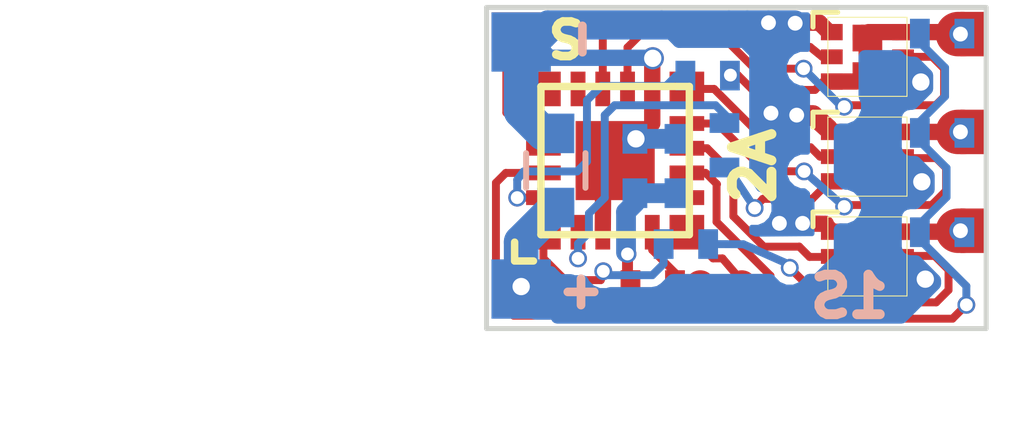
<source format=kicad_pcb>
(kicad_pcb (version 4) (host pcbnew 4.0.7)

  (general
    (links 54)
    (no_connects 0)
    (area 148.049999 98.349999 158.250001 104.950001)
    (thickness 0.8)
    (drawings 11)
    (tracks 312)
    (zones 0)
    (modules 22)
    (nets 23)
  )

  (page A4)
  (layers
    (0 F.Cu signal)
    (31 B.Cu signal)
    (32 B.Adhes user)
    (33 F.Adhes user)
    (34 B.Paste user)
    (35 F.Paste user)
    (36 B.SilkS user)
    (37 F.SilkS user)
    (38 B.Mask user)
    (39 F.Mask user)
    (40 Dwgs.User user)
    (41 Cmts.User user)
    (42 Eco1.User user)
    (43 Eco2.User user)
    (44 Edge.Cuts user)
    (45 Margin user)
    (46 B.CrtYd user)
    (47 F.CrtYd user)
    (48 B.Fab user hide)
    (49 F.Fab user)
  )

  (setup
    (last_trace_width 0.22)
    (user_trace_width 0.16)
    (user_trace_width 0.2)
    (user_trace_width 0.22)
    (user_trace_width 0.33)
    (user_trace_width 0.35)
    (user_trace_width 0.4)
    (user_trace_width 0.45)
    (user_trace_width 0.6)
    (trace_clearance 0.16)
    (zone_clearance 0.05)
    (zone_45_only yes)
    (trace_min 0.16)
    (segment_width 0.2)
    (edge_width 0.1)
    (via_size 0.36)
    (via_drill 0.26)
    (via_min_size 0.36)
    (via_min_drill 0.26)
    (user_via 0.45 0.26)
    (user_via 0.45 0.3)
    (uvia_size 0.3)
    (uvia_drill 0.1)
    (uvias_allowed no)
    (uvia_min_size 0.2)
    (uvia_min_drill 0.1)
    (pcb_text_width 0.3)
    (pcb_text_size 1.5 1.5)
    (mod_edge_width 0.15)
    (mod_text_size 1 1)
    (mod_text_width 0.15)
    (pad_size 0.9 1.2)
    (pad_drill 0)
    (pad_to_mask_clearance 0.05)
    (aux_axis_origin 0 0)
    (visible_elements 7FFFFF7F)
    (pcbplotparams
      (layerselection 0x00030_80000001)
      (usegerberextensions false)
      (excludeedgelayer true)
      (linewidth 0.100000)
      (plotframeref false)
      (viasonmask false)
      (mode 1)
      (useauxorigin false)
      (hpglpennumber 1)
      (hpglpenspeed 20)
      (hpglpendiameter 15)
      (hpglpenoverlay 2)
      (psnegative false)
      (psa4output false)
      (plotreference true)
      (plotvalue true)
      (plotinvisibletext false)
      (padsonsilk false)
      (subtractmaskfromsilk false)
      (outputformat 1)
      (mirror false)
      (drillshape 1)
      (scaleselection 1)
      (outputdirectory ""))
  )

  (net 0 "")
  (net 1 VCC)
  (net 2 GND)
  (net 3 "Net-(J4-Pad1)")
  (net 4 "Net-(Q1-Pad5)")
  (net 5 "Net-(Q1-Pad2)")
  (net 6 "Net-(Q2-Pad5)")
  (net 7 "Net-(Q2-Pad2)")
  (net 8 "Net-(Q3-Pad5)")
  (net 9 "Net-(Q3-Pad2)")
  (net 10 "Net-(R1-Pad1)")
  (net 11 "Net-(R4-Pad2)")
  (net 12 "Net-(R5-Pad2)")
  (net 13 "Net-(R6-Pad2)")
  (net 14 "Net-(U1-Pad16)")
  (net 15 "Net-(U1-Pad15)")
  (net 16 "Net-(U1-Pad7)")
  (net 17 /M_A)
  (net 18 /M_B)
  (net 19 /M_C)
  (net 20 "Net-(J7-Pad1)")
  (net 21 "Net-(J9-Pad1)")
  (net 22 "Net-(U1-Pad18)")

  (net_class Default "This is the default net class."
    (clearance 0.16)
    (trace_width 0.16)
    (via_dia 0.36)
    (via_drill 0.26)
    (uvia_dia 0.3)
    (uvia_drill 0.1)
    (add_net "Net-(J4-Pad1)")
    (add_net "Net-(J7-Pad1)")
    (add_net "Net-(J9-Pad1)")
    (add_net "Net-(Q1-Pad2)")
    (add_net "Net-(Q1-Pad5)")
    (add_net "Net-(Q2-Pad2)")
    (add_net "Net-(Q2-Pad5)")
    (add_net "Net-(Q3-Pad2)")
    (add_net "Net-(Q3-Pad5)")
    (add_net "Net-(R1-Pad1)")
    (add_net "Net-(R4-Pad2)")
    (add_net "Net-(R5-Pad2)")
    (add_net "Net-(R6-Pad2)")
    (add_net "Net-(U1-Pad15)")
    (add_net "Net-(U1-Pad16)")
    (add_net "Net-(U1-Pad18)")
    (add_net "Net-(U1-Pad7)")
  )

  (net_class GND ""
    (clearance 0.16)
    (trace_width 0.5)
    (via_dia 0.45)
    (via_drill 0.35)
    (uvia_dia 0.3)
    (uvia_drill 0.1)
    (add_net GND)
  )

  (net_class MOTOR ""
    (clearance 0.16)
    (trace_width 0.33)
    (via_dia 0.36)
    (via_drill 0.26)
    (uvia_dia 0.3)
    (uvia_drill 0.1)
    (add_net /M_A)
    (add_net /M_B)
    (add_net /M_C)
  )

  (net_class VCC ""
    (clearance 0.16)
    (trace_width 0.5)
    (via_dia 0.45)
    (via_drill 0.35)
    (uvia_dia 0.3)
    (uvia_drill 0.1)
    (add_net VCC)
  )

  (module KiCad_custom:ESC_MOT_PAD (layer F.Cu) (tedit 59D48623) (tstamp 59AD0891)
    (at 157.68 102.92 270)
    (path /59A81475)
    (fp_text reference J3 (at 0 1.6 270) (layer F.SilkS) hide
      (effects (font (size 1 1) (thickness 0.15)))
    )
    (fp_text value C (at -0.1 -1.6 270) (layer F.Fab) hide
      (effects (font (size 1 1) (thickness 0.15)))
    )
    (pad 1 smd oval (at 0 0 270) (size 0.9 1) (layers F.Cu F.Paste F.Mask)
      (net 19 /M_C))
    (pad 1 smd rect (at 0 -0.25 270) (size 0.9 0.5) (layers F.Cu F.Paste F.Mask)
      (net 19 /M_C))
  )

  (module KiCad_custom:MicroFet-1.6 (layer F.Cu) (tedit 59D35907) (tstamp 59AD08B1)
    (at 155.8 99.4 270)
    (path /59AD6306)
    (fp_text reference Q1 (at -0.1 6.6 270) (layer F.SilkS) hide
      (effects (font (size 1 1) (thickness 0.15)))
    )
    (fp_text value DUAL_NP (at 0.4 -9 270) (layer F.Fab) hide
      (effects (font (size 1 1) (thickness 0.15)))
    )
    (fp_line (start -0.6 1.1) (end -0.9 1.1) (layer F.SilkS) (width 0.1))
    (fp_line (start -0.9 1.1) (end -0.9 0.6) (layer F.SilkS) (width 0.1))
    (fp_line (start -0.8 -0.8) (end 0.8 -0.8) (layer F.SilkS) (width 0.02))
    (fp_line (start 0.8 -0.8) (end 0.8 0.8) (layer F.SilkS) (width 0.02))
    (fp_line (start 0.8 0.8) (end -0.8 0.8) (layer F.SilkS) (width 0.02))
    (fp_line (start -0.8 0.8) (end -0.8 -0.8) (layer F.SilkS) (width 0.02))
    (pad 3 smd rect (at 0.38 0 270) (size 0.54 0.6) (layers F.Cu F.Paste F.Mask)
      (net 17 /M_A))
    (pad 6 smd rect (at -0.38 0 270) (size 0.54 0.6) (layers F.Cu F.Paste F.Mask)
      (net 17 /M_A))
    (pad 6 smd rect (at -0.5 -0.72 270) (size 0.33 0.44) (layers F.Cu F.Paste F.Mask)
      (net 17 /M_A))
    (pad 5 smd rect (at 0 -0.72 270) (size 0.3 0.44) (layers F.Cu F.Paste F.Mask)
      (net 4 "Net-(Q1-Pad5)"))
    (pad 4 smd rect (at 0.5 -0.72 270) (size 0.33 0.44) (layers F.Cu F.Paste F.Mask)
      (net 1 VCC))
    (pad 3 smd rect (at 0.5 0.72 270) (size 0.33 0.44) (layers F.Cu F.Paste F.Mask)
      (net 17 /M_A))
    (pad 2 smd rect (at 0 0.72 270) (size 0.3 0.44) (layers F.Cu F.Paste F.Mask)
      (net 5 "Net-(Q1-Pad2)"))
    (pad 1 smd rect (at -0.5 0.72 270) (size 0.33 0.44) (layers F.Cu F.Paste F.Mask)
      (net 2 GND))
  )

  (module MicroFet-1.6 (layer F.Cu) (tedit 59D35907) (tstamp 59AD08D3)
    (at 155.8 103.44 270)
    (path /59AD8CAA)
    (fp_text reference Q3 (at -0.1 6.6 270) (layer F.SilkS) hide
      (effects (font (size 1 1) (thickness 0.15)))
    )
    (fp_text value DUAL_NP (at 0.4 -9 270) (layer F.Fab) hide
      (effects (font (size 1 1) (thickness 0.15)))
    )
    (fp_line (start -0.6 1.1) (end -0.9 1.1) (layer F.SilkS) (width 0.1))
    (fp_line (start -0.9 1.1) (end -0.9 0.6) (layer F.SilkS) (width 0.1))
    (fp_line (start -0.8 -0.8) (end 0.8 -0.8) (layer F.SilkS) (width 0.02))
    (fp_line (start 0.8 -0.8) (end 0.8 0.8) (layer F.SilkS) (width 0.02))
    (fp_line (start 0.8 0.8) (end -0.8 0.8) (layer F.SilkS) (width 0.02))
    (fp_line (start -0.8 0.8) (end -0.8 -0.8) (layer F.SilkS) (width 0.02))
    (pad 3 smd rect (at 0.38 0 270) (size 0.54 0.6) (layers F.Cu F.Paste F.Mask)
      (net 19 /M_C))
    (pad 6 smd rect (at -0.38 0 270) (size 0.54 0.6) (layers F.Cu F.Paste F.Mask)
      (net 19 /M_C))
    (pad 6 smd rect (at -0.5 -0.72 270) (size 0.33 0.44) (layers F.Cu F.Paste F.Mask)
      (net 19 /M_C))
    (pad 5 smd rect (at 0 -0.72 270) (size 0.3 0.44) (layers F.Cu F.Paste F.Mask)
      (net 8 "Net-(Q3-Pad5)"))
    (pad 4 smd rect (at 0.5 -0.72 270) (size 0.33 0.44) (layers F.Cu F.Paste F.Mask)
      (net 1 VCC))
    (pad 3 smd rect (at 0.5 0.72 270) (size 0.33 0.44) (layers F.Cu F.Paste F.Mask)
      (net 19 /M_C))
    (pad 2 smd rect (at 0 0.72 270) (size 0.3 0.44) (layers F.Cu F.Paste F.Mask)
      (net 9 "Net-(Q3-Pad2)"))
    (pad 1 smd rect (at -0.5 0.72 270) (size 0.33 0.44) (layers F.Cu F.Paste F.Mask)
      (net 2 GND))
  )

  (module Capacitors_SMD:C_0603 (layer B.Cu) (tedit 59AD109A) (tstamp 59AD0873)
    (at 149.5 101.7 270)
    (descr "Capacitor SMD 0603, reflow soldering, AVX (see smccp.pdf)")
    (tags "capacitor 0603")
    (path /59A82F24)
    (attr smd)
    (fp_text reference C1 (at 0 1.5 270) (layer B.SilkS) hide
      (effects (font (size 1 1) (thickness 0.15)) (justify mirror))
    )
    (fp_text value 47uf (at 0 -1.5 270) (layer B.Fab) hide
      (effects (font (size 1 1) (thickness 0.15)) (justify mirror))
    )
    (fp_line (start 1.4 -0.65) (end -1.4 -0.65) (layer B.CrtYd) (width 0.05))
    (fp_line (start 1.4 -0.65) (end 1.4 0.65) (layer B.CrtYd) (width 0.05))
    (fp_line (start -1.4 0.65) (end -1.4 -0.65) (layer B.CrtYd) (width 0.05))
    (fp_line (start -1.4 0.65) (end 1.4 0.65) (layer B.CrtYd) (width 0.05))
    (fp_line (start 0.35 -0.6) (end -0.35 -0.6) (layer B.SilkS) (width 0.12))
    (fp_line (start -0.35 0.6) (end 0.35 0.6) (layer B.SilkS) (width 0.12))
    (fp_line (start -0.8 0.4) (end 0.8 0.4) (layer B.Fab) (width 0.1))
    (fp_line (start 0.8 0.4) (end 0.8 -0.4) (layer B.Fab) (width 0.1))
    (fp_line (start 0.8 -0.4) (end -0.8 -0.4) (layer B.Fab) (width 0.1))
    (fp_line (start -0.8 -0.4) (end -0.8 0.4) (layer B.Fab) (width 0.1))
    (fp_text user %R (at 0 0 270) (layer B.Fab)
      (effects (font (size 0.3 0.3) (thickness 0.075)) (justify mirror))
    )
    (pad 2 smd rect (at 0.75 0 270) (size 0.8 0.75) (layers B.Cu B.Paste B.Mask)
      (net 1 VCC))
    (pad 1 smd rect (at -0.75 0 270) (size 0.8 0.75) (layers B.Cu B.Paste B.Mask)
      (net 2 GND))
    (model Capacitors_SMD.3dshapes/C_0603.wrl
      (at (xyz 0 0 0))
      (scale (xyz 1 1 1))
      (rotate (xyz 0 0 0))
    )
  )

  (module Capacitors_SMD:C_0402_NoSilk (layer B.Cu) (tedit 59AD10A2) (tstamp 59AD0882)
    (at 151.95 101.61 270)
    (descr "Capacitor SMD 0402, reflow soldering, AVX (see smccp.pdf)")
    (tags "capacitor 0402")
    (path /59A82FE9)
    (attr smd)
    (fp_text reference C2 (at 0 1.27 270) (layer B.SilkS) hide
      (effects (font (size 1 1) (thickness 0.15)) (justify mirror))
    )
    (fp_text value 100n (at 0 -1.27 270) (layer B.Fab) hide
      (effects (font (size 1 1) (thickness 0.15)) (justify mirror))
    )
    (fp_text user %R (at 0 1.27 270) (layer B.Fab) hide
      (effects (font (size 1 1) (thickness 0.15)) (justify mirror))
    )
    (fp_line (start -0.5 -0.25) (end -0.5 0.25) (layer B.Fab) (width 0.1))
    (fp_line (start 0.5 -0.25) (end -0.5 -0.25) (layer B.Fab) (width 0.1))
    (fp_line (start 0.5 0.25) (end 0.5 -0.25) (layer B.Fab) (width 0.1))
    (fp_line (start -0.5 0.25) (end 0.5 0.25) (layer B.Fab) (width 0.1))
    (fp_line (start -1 0.4) (end 1 0.4) (layer B.CrtYd) (width 0.05))
    (fp_line (start -1 0.4) (end -1 -0.4) (layer B.CrtYd) (width 0.05))
    (fp_line (start 1 -0.4) (end 1 0.4) (layer B.CrtYd) (width 0.05))
    (fp_line (start 1 -0.4) (end -1 -0.4) (layer B.CrtYd) (width 0.05))
    (pad 1 smd rect (at -0.55 0 270) (size 0.6 0.5) (layers B.Cu B.Paste B.Mask)
      (net 2 GND))
    (pad 2 smd rect (at 0.55 0 270) (size 0.6 0.5) (layers B.Cu B.Paste B.Mask)
      (net 1 VCC))
    (model Capacitors_SMD.3dshapes/C_0402.wrl
      (at (xyz 0 0 0))
      (scale (xyz 1 1 1))
      (rotate (xyz 0 0 0))
    )
  )

  (module Resistors_SMD:R_0402_NoSilk (layer B.Cu) (tedit 59AD0D91) (tstamp 59AD08E2)
    (at 157.31 98.93)
    (descr "Resistor SMD 0402, reflow soldering, Vishay (see dcrcw.pdf)")
    (tags "resistor 0402")
    (path /59A7F99D)
    (attr smd)
    (fp_text reference R1 (at 0 1.2) (layer B.SilkS) hide
      (effects (font (size 1 1) (thickness 0.15)) (justify mirror))
    )
    (fp_text value 1K (at 0 -1.25) (layer B.Fab) hide
      (effects (font (size 1 1) (thickness 0.15)) (justify mirror))
    )
    (fp_text user %R (at 0 1.2) (layer B.Fab) hide
      (effects (font (size 1 1) (thickness 0.15)) (justify mirror))
    )
    (fp_line (start -0.5 -0.25) (end -0.5 0.25) (layer B.Fab) (width 0.1))
    (fp_line (start 0.5 -0.25) (end -0.5 -0.25) (layer B.Fab) (width 0.1))
    (fp_line (start 0.5 0.25) (end 0.5 -0.25) (layer B.Fab) (width 0.1))
    (fp_line (start -0.5 0.25) (end 0.5 0.25) (layer B.Fab) (width 0.1))
    (fp_line (start -0.8 0.45) (end 0.8 0.45) (layer B.CrtYd) (width 0.05))
    (fp_line (start -0.8 0.45) (end -0.8 -0.45) (layer B.CrtYd) (width 0.05))
    (fp_line (start 0.8 -0.45) (end 0.8 0.45) (layer B.CrtYd) (width 0.05))
    (fp_line (start 0.8 -0.45) (end -0.8 -0.45) (layer B.CrtYd) (width 0.05))
    (pad 1 smd rect (at -0.45 0) (size 0.4 0.6) (layers B.Cu B.Paste B.Mask)
      (net 10 "Net-(R1-Pad1)"))
    (pad 2 smd rect (at 0.45 0) (size 0.4 0.6) (layers B.Cu B.Paste B.Mask)
      (net 17 /M_A))
    (model ${KISYS3DMOD}/Resistors_SMD.3dshapes/R_0402.wrl
      (at (xyz 0 0 0))
      (scale (xyz 1 1 1))
      (rotate (xyz 0 0 0))
    )
  )

  (module Resistors_SMD:R_0402_NoSilk (layer B.Cu) (tedit 59AD0D9C) (tstamp 59AD08F1)
    (at 157.31 100.94)
    (descr "Resistor SMD 0402, reflow soldering, Vishay (see dcrcw.pdf)")
    (tags "resistor 0402")
    (path /59A7FF7B)
    (attr smd)
    (fp_text reference R2 (at 0 1.2) (layer B.SilkS) hide
      (effects (font (size 1 1) (thickness 0.15)) (justify mirror))
    )
    (fp_text value 1K (at 0 -1.25) (layer B.Fab) hide
      (effects (font (size 1 1) (thickness 0.15)) (justify mirror))
    )
    (fp_text user %R (at 0 1.2) (layer B.Fab) hide
      (effects (font (size 1 1) (thickness 0.15)) (justify mirror))
    )
    (fp_line (start -0.5 -0.25) (end -0.5 0.25) (layer B.Fab) (width 0.1))
    (fp_line (start 0.5 -0.25) (end -0.5 -0.25) (layer B.Fab) (width 0.1))
    (fp_line (start 0.5 0.25) (end 0.5 -0.25) (layer B.Fab) (width 0.1))
    (fp_line (start -0.5 0.25) (end 0.5 0.25) (layer B.Fab) (width 0.1))
    (fp_line (start -0.8 0.45) (end 0.8 0.45) (layer B.CrtYd) (width 0.05))
    (fp_line (start -0.8 0.45) (end -0.8 -0.45) (layer B.CrtYd) (width 0.05))
    (fp_line (start 0.8 -0.45) (end 0.8 0.45) (layer B.CrtYd) (width 0.05))
    (fp_line (start 0.8 -0.45) (end -0.8 -0.45) (layer B.CrtYd) (width 0.05))
    (pad 1 smd rect (at -0.45 0) (size 0.4 0.6) (layers B.Cu B.Paste B.Mask)
      (net 10 "Net-(R1-Pad1)"))
    (pad 2 smd rect (at 0.45 0) (size 0.4 0.6) (layers B.Cu B.Paste B.Mask)
      (net 18 /M_B))
    (model ${KISYS3DMOD}/Resistors_SMD.3dshapes/R_0402.wrl
      (at (xyz 0 0 0))
      (scale (xyz 1 1 1))
      (rotate (xyz 0 0 0))
    )
  )

  (module Resistors_SMD:R_0402_NoSilk (layer B.Cu) (tedit 59AD0DA0) (tstamp 59AD0900)
    (at 157.31 102.95)
    (descr "Resistor SMD 0402, reflow soldering, Vishay (see dcrcw.pdf)")
    (tags "resistor 0402")
    (path /59A7FFAD)
    (attr smd)
    (fp_text reference R3 (at 0 1.2) (layer B.SilkS) hide
      (effects (font (size 1 1) (thickness 0.15)) (justify mirror))
    )
    (fp_text value 1K (at 0 -1.25) (layer B.Fab) hide
      (effects (font (size 1 1) (thickness 0.15)) (justify mirror))
    )
    (fp_text user %R (at 0 1.2) (layer B.Fab) hide
      (effects (font (size 1 1) (thickness 0.15)) (justify mirror))
    )
    (fp_line (start -0.5 -0.25) (end -0.5 0.25) (layer B.Fab) (width 0.1))
    (fp_line (start 0.5 -0.25) (end -0.5 -0.25) (layer B.Fab) (width 0.1))
    (fp_line (start 0.5 0.25) (end 0.5 -0.25) (layer B.Fab) (width 0.1))
    (fp_line (start -0.5 0.25) (end 0.5 0.25) (layer B.Fab) (width 0.1))
    (fp_line (start -0.8 0.45) (end 0.8 0.45) (layer B.CrtYd) (width 0.05))
    (fp_line (start -0.8 0.45) (end -0.8 -0.45) (layer B.CrtYd) (width 0.05))
    (fp_line (start 0.8 -0.45) (end 0.8 0.45) (layer B.CrtYd) (width 0.05))
    (fp_line (start 0.8 -0.45) (end -0.8 -0.45) (layer B.CrtYd) (width 0.05))
    (pad 1 smd rect (at -0.45 0) (size 0.4 0.6) (layers B.Cu B.Paste B.Mask)
      (net 10 "Net-(R1-Pad1)"))
    (pad 2 smd rect (at 0.45 0) (size 0.4 0.6) (layers B.Cu B.Paste B.Mask)
      (net 19 /M_C))
    (model ${KISYS3DMOD}/Resistors_SMD.3dshapes/R_0402.wrl
      (at (xyz 0 0 0))
      (scale (xyz 1 1 1))
      (rotate (xyz 0 0 0))
    )
  )

  (module Resistors_SMD:R_0402_NoSilk (layer B.Cu) (tedit 59AD0EF4) (tstamp 59AD090F)
    (at 152.57 99.78 180)
    (descr "Resistor SMD 0402, reflow soldering, Vishay (see dcrcw.pdf)")
    (tags "resistor 0402")
    (path /59A80BF5)
    (attr smd)
    (fp_text reference R4 (at 0 1.2 180) (layer B.SilkS) hide
      (effects (font (size 1 1) (thickness 0.15)) (justify mirror))
    )
    (fp_text value 10K (at 0 -1.25 180) (layer B.Fab) hide
      (effects (font (size 1 1) (thickness 0.15)) (justify mirror))
    )
    (fp_text user %R (at 0 1.2 180) (layer B.Fab) hide
      (effects (font (size 1 1) (thickness 0.15)) (justify mirror))
    )
    (fp_line (start -0.5 -0.25) (end -0.5 0.25) (layer B.Fab) (width 0.1))
    (fp_line (start 0.5 -0.25) (end -0.5 -0.25) (layer B.Fab) (width 0.1))
    (fp_line (start 0.5 0.25) (end 0.5 -0.25) (layer B.Fab) (width 0.1))
    (fp_line (start -0.5 0.25) (end 0.5 0.25) (layer B.Fab) (width 0.1))
    (fp_line (start -0.8 0.45) (end 0.8 0.45) (layer B.CrtYd) (width 0.05))
    (fp_line (start -0.8 0.45) (end -0.8 -0.45) (layer B.CrtYd) (width 0.05))
    (fp_line (start 0.8 -0.45) (end 0.8 0.45) (layer B.CrtYd) (width 0.05))
    (fp_line (start 0.8 -0.45) (end -0.8 -0.45) (layer B.CrtYd) (width 0.05))
    (pad 1 smd rect (at -0.45 0 180) (size 0.4 0.6) (layers B.Cu B.Paste B.Mask)
      (net 17 /M_A))
    (pad 2 smd rect (at 0.45 0 180) (size 0.4 0.6) (layers B.Cu B.Paste B.Mask)
      (net 11 "Net-(R4-Pad2)"))
    (model ${KISYS3DMOD}/Resistors_SMD.3dshapes/R_0402.wrl
      (at (xyz 0 0 0))
      (scale (xyz 1 1 1))
      (rotate (xyz 0 0 0))
    )
  )

  (module Resistors_SMD:R_0402_NoSilk (layer B.Cu) (tedit 59AD0EEB) (tstamp 59AD091E)
    (at 152.91 101.19 90)
    (descr "Resistor SMD 0402, reflow soldering, Vishay (see dcrcw.pdf)")
    (tags "resistor 0402")
    (path /59A80BBC)
    (attr smd)
    (fp_text reference R5 (at 0 1.2 90) (layer B.SilkS) hide
      (effects (font (size 1 1) (thickness 0.15)) (justify mirror))
    )
    (fp_text value 10K (at 0 -1.25 90) (layer B.Fab) hide
      (effects (font (size 1 1) (thickness 0.15)) (justify mirror))
    )
    (fp_text user %R (at 0 1.2 90) (layer B.Fab) hide
      (effects (font (size 1 1) (thickness 0.15)) (justify mirror))
    )
    (fp_line (start -0.5 -0.25) (end -0.5 0.25) (layer B.Fab) (width 0.1))
    (fp_line (start 0.5 -0.25) (end -0.5 -0.25) (layer B.Fab) (width 0.1))
    (fp_line (start 0.5 0.25) (end 0.5 -0.25) (layer B.Fab) (width 0.1))
    (fp_line (start -0.5 0.25) (end 0.5 0.25) (layer B.Fab) (width 0.1))
    (fp_line (start -0.8 0.45) (end 0.8 0.45) (layer B.CrtYd) (width 0.05))
    (fp_line (start -0.8 0.45) (end -0.8 -0.45) (layer B.CrtYd) (width 0.05))
    (fp_line (start 0.8 -0.45) (end 0.8 0.45) (layer B.CrtYd) (width 0.05))
    (fp_line (start 0.8 -0.45) (end -0.8 -0.45) (layer B.CrtYd) (width 0.05))
    (pad 1 smd rect (at -0.45 0 90) (size 0.4 0.6) (layers B.Cu B.Paste B.Mask)
      (net 18 /M_B))
    (pad 2 smd rect (at 0.45 0 90) (size 0.4 0.6) (layers B.Cu B.Paste B.Mask)
      (net 12 "Net-(R5-Pad2)"))
    (model ${KISYS3DMOD}/Resistors_SMD.3dshapes/R_0402.wrl
      (at (xyz 0 0 0))
      (scale (xyz 1 1 1))
      (rotate (xyz 0 0 0))
    )
  )

  (module Resistors_SMD:R_0402_NoSilk (layer B.Cu) (tedit 59AD0EBA) (tstamp 59AD092D)
    (at 152.13 103.19 180)
    (descr "Resistor SMD 0402, reflow soldering, Vishay (see dcrcw.pdf)")
    (tags "resistor 0402")
    (path /59A80A6C)
    (attr smd)
    (fp_text reference R6 (at 0 1.2 180) (layer B.SilkS) hide
      (effects (font (size 1 1) (thickness 0.15)) (justify mirror))
    )
    (fp_text value 10K (at 0 -1.25 180) (layer B.Fab) hide
      (effects (font (size 1 1) (thickness 0.15)) (justify mirror))
    )
    (fp_text user %R (at 0 1.2 180) (layer B.Fab) hide
      (effects (font (size 1 1) (thickness 0.15)) (justify mirror))
    )
    (fp_line (start -0.5 -0.25) (end -0.5 0.25) (layer B.Fab) (width 0.1))
    (fp_line (start 0.5 -0.25) (end -0.5 -0.25) (layer B.Fab) (width 0.1))
    (fp_line (start 0.5 0.25) (end 0.5 -0.25) (layer B.Fab) (width 0.1))
    (fp_line (start -0.5 0.25) (end 0.5 0.25) (layer B.Fab) (width 0.1))
    (fp_line (start -0.8 0.45) (end 0.8 0.45) (layer B.CrtYd) (width 0.05))
    (fp_line (start -0.8 0.45) (end -0.8 -0.45) (layer B.CrtYd) (width 0.05))
    (fp_line (start 0.8 -0.45) (end 0.8 0.45) (layer B.CrtYd) (width 0.05))
    (fp_line (start 0.8 -0.45) (end -0.8 -0.45) (layer B.CrtYd) (width 0.05))
    (pad 1 smd rect (at -0.45 0 180) (size 0.4 0.6) (layers B.Cu B.Paste B.Mask)
      (net 19 /M_C))
    (pad 2 smd rect (at 0.45 0 180) (size 0.4 0.6) (layers B.Cu B.Paste B.Mask)
      (net 13 "Net-(R6-Pad2)"))
    (model ${KISYS3DMOD}/Resistors_SMD.3dshapes/R_0402.wrl
      (at (xyz 0 0 0))
      (scale (xyz 1 1 1))
      (rotate (xyz 0 0 0))
    )
  )

  (module Resistors_SMD:R_0402_NoSilk (layer F.Cu) (tedit 59AD0F75) (tstamp 59AD093C)
    (at 151.46 104.02)
    (descr "Resistor SMD 0402, reflow soldering, Vishay (see dcrcw.pdf)")
    (tags "resistor 0402")
    (path /59A847AF)
    (attr smd)
    (fp_text reference R7 (at 0 -1.2) (layer F.SilkS) hide
      (effects (font (size 1 1) (thickness 0.15)))
    )
    (fp_text value 1K (at 0 1.25) (layer F.Fab) hide
      (effects (font (size 1 1) (thickness 0.15)))
    )
    (fp_text user %R (at 0 -1.2) (layer F.Fab) hide
      (effects (font (size 1 1) (thickness 0.15)))
    )
    (fp_line (start -0.5 0.25) (end -0.5 -0.25) (layer F.Fab) (width 0.1))
    (fp_line (start 0.5 0.25) (end -0.5 0.25) (layer F.Fab) (width 0.1))
    (fp_line (start 0.5 -0.25) (end 0.5 0.25) (layer F.Fab) (width 0.1))
    (fp_line (start -0.5 -0.25) (end 0.5 -0.25) (layer F.Fab) (width 0.1))
    (fp_line (start -0.8 -0.45) (end 0.8 -0.45) (layer F.CrtYd) (width 0.05))
    (fp_line (start -0.8 -0.45) (end -0.8 0.45) (layer F.CrtYd) (width 0.05))
    (fp_line (start 0.8 0.45) (end 0.8 -0.45) (layer F.CrtYd) (width 0.05))
    (fp_line (start 0.8 0.45) (end -0.8 0.45) (layer F.CrtYd) (width 0.05))
    (pad 1 smd rect (at -0.45 0) (size 0.4 0.6) (layers F.Cu F.Paste F.Mask)
      (net 1 VCC))
    (pad 2 smd rect (at 0.45 0) (size 0.4 0.6) (layers F.Cu F.Paste F.Mask)
      (net 21 "Net-(J9-Pad1)"))
    (model ${KISYS3DMOD}/Resistors_SMD.3dshapes/R_0402.wrl
      (at (xyz 0 0 0))
      (scale (xyz 1 1 1))
      (rotate (xyz 0 0 0))
    )
  )

  (module KiCad_custom:QFN20 (layer F.Cu) (tedit 59A7EE18) (tstamp 59AD095B)
    (at 150.7 101.5)
    (path /59A8233C)
    (fp_text reference U1 (at -0.127 3.302) (layer F.SilkS) hide
      (effects (font (size 1 1) (thickness 0.15)))
    )
    (fp_text value EFM8BB21 (at 0.381 5.08) (layer F.SilkS) hide
      (effects (font (size 1 1) (thickness 0.15)))
    )
    (fp_line (start -1.651 2.032) (end -2.032 2.032) (layer F.SilkS) (width 0.15))
    (fp_line (start -2.032 2.032) (end -2.032 1.651) (layer F.SilkS) (width 0.15))
    (fp_line (start -1.5 -1.5) (end -1.5 1.5) (layer F.SilkS) (width 0.15))
    (fp_line (start 1.5 -1.5) (end -1.5 -1.5) (layer F.SilkS) (width 0.15))
    (fp_line (start 1.5 1.5) (end 1.5 -1.5) (layer F.SilkS) (width 0.15))
    (fp_line (start -1.5 1.5) (end 1.5 1.5) (layer F.SilkS) (width 0.15))
    (pad 1 smd rect (at -1.45 1.45) (size 0.7 0.7) (layers F.Cu F.Paste F.Mask)
      (net 13 "Net-(R6-Pad2)"))
    (pad 16 smd rect (at -1.45 -1.45) (size 0.7 0.7) (layers F.Cu F.Paste F.Mask)
      (net 14 "Net-(U1-Pad16)"))
    (pad 21 smd rect (at 0 0) (size 1.6 1.6) (layers F.Cu F.Paste F.Mask)
      (net 2 GND))
    (pad 20 smd rect (at -1.45 0.75 90) (size 0.3 0.7) (layers F.Cu F.Paste F.Mask)
      (net 11 "Net-(R4-Pad2)"))
    (pad 14 smd rect (at -0.25 -1.45) (size 0.3 0.7) (layers F.Cu F.Paste F.Mask)
      (net 5 "Net-(Q1-Pad2)"))
    (pad 15 smd rect (at -0.75 -1.45) (size 0.3 0.7) (layers F.Cu F.Paste F.Mask)
      (net 15 "Net-(U1-Pad15)"))
    (pad 13 smd rect (at 0.25 -1.45) (size 0.3 0.7) (layers F.Cu F.Paste F.Mask)
      (net 4 "Net-(Q1-Pad5)"))
    (pad 19 smd rect (at -1.45 0.25 90) (size 0.3 0.7) (layers F.Cu F.Paste F.Mask)
      (net 10 "Net-(R1-Pad1)"))
    (pad 18 smd rect (at -1.45 -0.25 90) (size 0.3 0.7) (layers F.Cu F.Paste F.Mask)
      (net 22 "Net-(U1-Pad18)"))
    (pad 17 smd rect (at -1.45 -0.75 90) (size 0.3 0.7) (layers F.Cu F.Paste F.Mask)
      (net 3 "Net-(J4-Pad1)"))
    (pad 12 smd rect (at 0.75 -1.45) (size 0.3 0.7) (layers F.Cu F.Paste F.Mask)
      (net 2 GND))
    (pad 11 smd rect (at 1.45 -1.45) (size 0.7 0.7) (layers F.Cu F.Paste F.Mask)
      (net 7 "Net-(Q2-Pad2)"))
    (pad 10 smd rect (at 1.45 -0.75 90) (size 0.3 0.7) (layers F.Cu F.Paste F.Mask)
      (net 6 "Net-(Q2-Pad5)"))
    (pad 6 smd rect (at 1.45 1.45) (size 0.7 0.7) (layers F.Cu F.Paste F.Mask)
      (net 20 "Net-(J7-Pad1)"))
    (pad 7 smd rect (at 1.45 0.75 90) (size 0.3 0.7) (layers F.Cu F.Paste F.Mask)
      (net 16 "Net-(U1-Pad7)"))
    (pad 9 smd rect (at 1.45 -0.25 90) (size 0.3 0.7) (layers F.Cu F.Paste F.Mask)
      (net 9 "Net-(Q3-Pad2)"))
    (pad 8 smd rect (at 1.45 0.25 90) (size 0.3 0.7) (layers F.Cu F.Paste F.Mask)
      (net 8 "Net-(Q3-Pad5)"))
    (pad 5 smd rect (at 0.75 1.45) (size 0.3 0.7) (layers F.Cu F.Paste F.Mask)
      (net 21 "Net-(J9-Pad1)"))
    (pad 4 smd rect (at 0.25 1.45) (size 0.3 0.7) (layers F.Cu F.Paste F.Mask)
      (net 1 VCC))
    (pad 3 smd rect (at -0.25 1.45) (size 0.3 0.7) (layers F.Cu F.Paste F.Mask)
      (net 2 GND))
    (pad 2 smd rect (at -0.75 1.45) (size 0.3 0.7) (layers F.Cu F.Paste F.Mask)
      (net 12 "Net-(R5-Pad2)"))
    (model ${KIPRJMOD}/kicad_misc/3d/qfn20.wrl
      (at (xyz 0 0 0))
      (scale (xyz 0.8 0.8 1))
      (rotate (xyz 0 0 0))
    )
  )

  (module Capacitors_SMD:C_0402_NoSilk (layer B.Cu) (tedit 59AD5029) (tstamp 59AD503E)
    (at 151.1 101.61 270)
    (descr "Capacitor SMD 0402, reflow soldering, AVX (see smccp.pdf)")
    (tags "capacitor 0402")
    (path /59ADAC97)
    (attr smd)
    (fp_text reference C3 (at 0 1.27 270) (layer B.SilkS) hide
      (effects (font (size 1 1) (thickness 0.15)) (justify mirror))
    )
    (fp_text value 10uf (at 0 -1.27 270) (layer B.Fab) hide
      (effects (font (size 1 1) (thickness 0.15)) (justify mirror))
    )
    (fp_text user %R (at 0 1.27 270) (layer B.Fab) hide
      (effects (font (size 1 1) (thickness 0.15)) (justify mirror))
    )
    (fp_line (start -0.5 -0.25) (end -0.5 0.25) (layer B.Fab) (width 0.1))
    (fp_line (start 0.5 -0.25) (end -0.5 -0.25) (layer B.Fab) (width 0.1))
    (fp_line (start 0.5 0.25) (end 0.5 -0.25) (layer B.Fab) (width 0.1))
    (fp_line (start -0.5 0.25) (end 0.5 0.25) (layer B.Fab) (width 0.1))
    (fp_line (start -1 0.4) (end 1 0.4) (layer B.CrtYd) (width 0.05))
    (fp_line (start -1 0.4) (end -1 -0.4) (layer B.CrtYd) (width 0.05))
    (fp_line (start 1 -0.4) (end 1 0.4) (layer B.CrtYd) (width 0.05))
    (fp_line (start 1 -0.4) (end -1 -0.4) (layer B.CrtYd) (width 0.05))
    (pad 1 smd rect (at -0.55 0 270) (size 0.6 0.5) (layers B.Cu B.Paste B.Mask)
      (net 2 GND))
    (pad 2 smd rect (at 0.55 0 270) (size 0.6 0.5) (layers B.Cu B.Paste B.Mask)
      (net 1 VCC))
    (model Capacitors_SMD.3dshapes/C_0402.wrl
      (at (xyz 0 0 0))
      (scale (xyz 1 1 1))
      (rotate (xyz 0 0 0))
    )
  )

  (module KiCad_custom:ESC_RC_PAD (layer F.Cu) (tedit 59AD593E) (tstamp 59AD0896)
    (at 148.7 98.9)
    (path /59A82A0F)
    (fp_text reference J4 (at -0.2 2.4) (layer F.SilkS) hide
      (effects (font (size 1 1) (thickness 0.15)))
    )
    (fp_text value RC (at 0.1 -3.2) (layer F.Fab) hide
      (effects (font (size 1 1) (thickness 0.15)))
    )
    (pad 1 smd rect (at 0 0) (size 1 0.8) (layers F.Cu F.Paste F.Mask)
      (net 3 "Net-(J4-Pad1)"))
  )

  (module KiCad_custom:ESC_PWR_PAD (layer B.Cu) (tedit 59AD5A45) (tstamp 59AD089B)
    (at 148.78 99.06)
    (path /59A82C05)
    (fp_text reference J5 (at 0 -1.6) (layer B.SilkS) hide
      (effects (font (size 1 1) (thickness 0.15)) (justify mirror))
    )
    (fp_text value G (at -0.1 1.6) (layer B.Fab) hide
      (effects (font (size 1 1) (thickness 0.15)) (justify mirror))
    )
    (pad 1 smd rect (at 0.02 0.04) (size 1.2 1.2) (layers B.Cu B.Paste B.Mask)
      (net 2 GND))
  )

  (module KiCad_custom:ESC_PWR_PAD (layer B.Cu) (tedit 59AD5A4F) (tstamp 59AD08A0)
    (at 148.7 104.2)
    (path /59A82C57)
    (fp_text reference J6 (at 0 -1.6) (layer B.SilkS) hide
      (effects (font (size 1 1) (thickness 0.15)) (justify mirror))
    )
    (fp_text value V (at -0.1 1.6) (layer B.Fab) hide
      (effects (font (size 1 1) (thickness 0.15)) (justify mirror))
    )
    (pad 1 smd rect (at 0.1 -0.1) (size 1.2 1.2) (layers B.Cu B.Paste B.Mask)
      (net 1 VCC))
  )

  (module KiCad_custom:Test_PAD_0.6 (layer F.Cu) (tedit 59AD6BD2) (tstamp 59AD6BC0)
    (at 153.26 104.02)
    (path /59ADC588)
    (fp_text reference J7 (at 0 2) (layer F.SilkS) hide
      (effects (font (size 1 1) (thickness 0.15)))
    )
    (fp_text value C2D (at 0.1 -2) (layer F.Fab) hide
      (effects (font (size 1 1) (thickness 0.15)))
    )
    (pad 1 smd circle (at 0 0) (size 0.6 0.6) (layers F.Cu F.Paste F.Mask)
      (net 20 "Net-(J7-Pad1)"))
  )

  (module KiCad_custom:Test_PAD_0.6 (layer F.Cu) (tedit 59AE589F) (tstamp 59AE591C)
    (at 152.42 104.02)
    (path /59AE59B1)
    (fp_text reference J9 (at 0 2) (layer F.SilkS) hide
      (effects (font (size 1 1) (thickness 0.15)))
    )
    (fp_text value C2CK (at 0.1 -2) (layer F.Fab) hide
      (effects (font (size 1 1) (thickness 0.15)))
    )
    (pad 1 smd circle (at 0 0) (size 0.6 0.6) (layers F.Cu F.Paste F.Mask)
      (net 21 "Net-(J9-Pad1)"))
  )

  (module KiCad_custom:MicroFet-1.6 (layer F.Cu) (tedit 59D35907) (tstamp 59AD08C2)
    (at 155.8 101.42 270)
    (path /59AD7CBF)
    (fp_text reference Q2 (at -0.1 6.6 270) (layer F.SilkS) hide
      (effects (font (size 1 1) (thickness 0.15)))
    )
    (fp_text value DUAL_NP (at 0.4 -9 270) (layer F.Fab) hide
      (effects (font (size 1 1) (thickness 0.15)))
    )
    (fp_line (start -0.6 1.1) (end -0.9 1.1) (layer F.SilkS) (width 0.1))
    (fp_line (start -0.9 1.1) (end -0.9 0.6) (layer F.SilkS) (width 0.1))
    (fp_line (start -0.8 -0.8) (end 0.8 -0.8) (layer F.SilkS) (width 0.02))
    (fp_line (start 0.8 -0.8) (end 0.8 0.8) (layer F.SilkS) (width 0.02))
    (fp_line (start 0.8 0.8) (end -0.8 0.8) (layer F.SilkS) (width 0.02))
    (fp_line (start -0.8 0.8) (end -0.8 -0.8) (layer F.SilkS) (width 0.02))
    (pad 3 smd rect (at 0.38 0 270) (size 0.54 0.6) (layers F.Cu F.Paste F.Mask)
      (net 18 /M_B))
    (pad 6 smd rect (at -0.38 0 270) (size 0.54 0.6) (layers F.Cu F.Paste F.Mask)
      (net 18 /M_B))
    (pad 6 smd rect (at -0.5 -0.72 270) (size 0.33 0.44) (layers F.Cu F.Paste F.Mask)
      (net 18 /M_B))
    (pad 5 smd rect (at 0 -0.72 270) (size 0.3 0.44) (layers F.Cu F.Paste F.Mask)
      (net 6 "Net-(Q2-Pad5)"))
    (pad 4 smd rect (at 0.5 -0.72 270) (size 0.33 0.44) (layers F.Cu F.Paste F.Mask)
      (net 1 VCC))
    (pad 3 smd rect (at 0.5 0.72 270) (size 0.33 0.44) (layers F.Cu F.Paste F.Mask)
      (net 18 /M_B))
    (pad 2 smd rect (at 0 0.72 270) (size 0.3 0.44) (layers F.Cu F.Paste F.Mask)
      (net 7 "Net-(Q2-Pad2)"))
    (pad 1 smd rect (at -0.5 0.72 270) (size 0.33 0.44) (layers F.Cu F.Paste F.Mask)
      (net 2 GND))
  )

  (module KiCad_custom:ESC_MOT_PAD (layer F.Cu) (tedit 59D48623) (tstamp 59AD088C)
    (at 157.68 100.92 270)
    (path /59A81397)
    (fp_text reference J2 (at 0 1.6 270) (layer F.SilkS) hide
      (effects (font (size 1 1) (thickness 0.15)))
    )
    (fp_text value B (at -0.1 -1.6 270) (layer F.Fab) hide
      (effects (font (size 1 1) (thickness 0.15)))
    )
    (pad 1 smd oval (at 0 0 270) (size 0.9 1) (layers F.Cu F.Paste F.Mask)
      (net 18 /M_B))
    (pad 1 smd rect (at 0 -0.25 270) (size 0.9 0.5) (layers F.Cu F.Paste F.Mask)
      (net 18 /M_B))
  )

  (module KiCad_custom:ESC_MOT_PAD (layer F.Cu) (tedit 59D48623) (tstamp 59AD0887)
    (at 157.68 98.94 270)
    (path /59A81331)
    (fp_text reference J1 (at 0 1.6 270) (layer F.SilkS) hide
      (effects (font (size 1 1) (thickness 0.15)))
    )
    (fp_text value A (at -0.1 -1.6 270) (layer F.Fab) hide
      (effects (font (size 1 1) (thickness 0.15)))
    )
    (pad 1 smd oval (at 0 0 270) (size 0.9 1) (layers F.Cu F.Paste F.Mask)
      (net 17 /M_A))
    (pad 1 smd rect (at 0 -0.25 270) (size 0.9 0.5) (layers F.Cu F.Paste F.Mask)
      (net 17 /M_A))
  )

  (gr_text 1S (at 155.44 104.25) (layer B.SilkS)
    (effects (font (size 0.8 0.8) (thickness 0.2)) (justify mirror))
  )
  (dimension 10.1 (width 0.3) (layer Dwgs.User)
    (gr_text "10,100 mm" (at 153.15 107.65) (layer Dwgs.User)
      (effects (font (size 1.5 1.5) (thickness 0.3)))
    )
    (feature1 (pts (xy 158.2 104.9) (xy 158.2 109)))
    (feature2 (pts (xy 148.1 104.9) (xy 148.1 109)))
    (crossbar (pts (xy 148.1 106.3) (xy 158.2 106.3)))
    (arrow1a (pts (xy 158.2 106.3) (xy 157.073496 106.886421)))
    (arrow1b (pts (xy 158.2 106.3) (xy 157.073496 105.713579)))
    (arrow2a (pts (xy 148.1 106.3) (xy 149.226504 106.886421)))
    (arrow2b (pts (xy 148.1 106.3) (xy 149.226504 105.713579)))
  )
  (dimension 6.5 (width 0.3) (layer Dwgs.User)
    (gr_text "6,500 mm" (at 144.55 101.65 270) (layer Dwgs.User)
      (effects (font (size 1.5 1.5) (thickness 0.3)))
    )
    (feature1 (pts (xy 148.1 104.9) (xy 143.2 104.9)))
    (feature2 (pts (xy 148.1 98.4) (xy 143.2 98.4)))
    (crossbar (pts (xy 145.9 98.4) (xy 145.9 104.9)))
    (arrow1a (pts (xy 145.9 104.9) (xy 145.313579 103.773496)))
    (arrow1b (pts (xy 145.9 104.9) (xy 146.486421 103.773496)))
    (arrow2a (pts (xy 145.9 98.4) (xy 145.313579 99.526504)))
    (arrow2b (pts (xy 145.9 98.4) (xy 146.486421 99.526504)))
  )
  (gr_line (start 148.1 98.4) (end 148.1 104.9) (angle 90) (layer Edge.Cuts) (width 0.1))
  (gr_line (start 158.2 104.9) (end 158.2 98.4) (angle 90) (layer Edge.Cuts) (width 0.1))
  (gr_line (start 158.2 104.9) (end 148.1 104.9) (angle 90) (layer Edge.Cuts) (width 0.1))
  (gr_line (start 158.2 98.4) (end 148.1 98.4) (angle 90) (layer Edge.Cuts) (width 0.1))
  (gr_text 2A (at 153.5 101.61 90) (layer F.SilkS)
    (effects (font (size 0.8 0.8) (thickness 0.2)))
  )
  (gr_text + (at 150.01 104.11) (layer B.SilkS)
    (effects (font (size 0.7 0.7) (thickness 0.175)))
  )
  (gr_text - (at 149.99 99.04 90) (layer B.SilkS)
    (effects (font (size 0.7 0.7) (thickness 0.175)))
  )
  (gr_text S (at 149.71 99.07) (layer F.SilkS)
    (effects (font (size 0.7 0.7) (thickness 0.175)))
  )

  (segment (start 148.8 104.1) (end 149.76 104.1) (width 0.22) (layer B.Cu) (net 1) (status 400000))
  (segment (start 149.41 103.75) (end 149.15 103.75) (width 0.22) (layer B.Cu) (net 1) (tstamp 59D49045) (status 800000))
  (segment (start 149.76 104.1) (end 149.41 103.75) (width 0.22) (layer B.Cu) (net 1) (tstamp 59D4903F))
  (segment (start 156.97 103.9) (end 156.01 103.9) (width 0.4) (layer B.Cu) (net 1))
  (via (at 156.97 103.9) (size 0.45) (drill 0.35) (layers F.Cu B.Cu) (net 1))
  (segment (start 155.44 103.37) (end 154.77 104.04) (width 0.4) (layer B.Cu) (net 1) (tstamp 59D4902C))
  (segment (start 155.44 103.33) (end 155.44 103.37) (width 0.4) (layer B.Cu) (net 1) (tstamp 59D4902A))
  (segment (start 156.01 103.9) (end 155.44 103.33) (width 0.4) (layer B.Cu) (net 1) (tstamp 59D49027))
  (segment (start 156.52 103.94) (end 156.93 103.94) (width 0.3) (layer F.Cu) (net 1))
  (segment (start 156.93 103.94) (end 156.97 103.9) (width 0.3) (layer F.Cu) (net 1) (tstamp 59D3BAFB))
  (segment (start 156.95 103.92) (end 156.97 103.9) (width 0.3) (layer F.Cu) (net 1) (tstamp 59D3B8D8))
  (segment (start 156.97 103.9) (end 156.94 103.93) (width 0.3) (layer F.Cu) (net 1))
  (segment (start 154.07 104.42) (end 149.12 104.42) (width 0.6) (layer B.Cu) (net 1) (tstamp 59D379CF))
  (segment (start 154.08 104.43) (end 154.07 104.42) (width 0.3) (layer B.Cu) (net 1) (tstamp 59D398FF))
  (segment (start 156.52 101.92) (end 156.54 101.94) (width 0.3) (layer F.Cu) (net 1))
  (segment (start 156.54 101.94) (end 156.9 101.93) (width 0.3) (layer F.Cu) (net 1) (tstamp 59D3B610))
  (via (at 156.9 101.93) (size 0.45) (drill 0.35) (layers F.Cu B.Cu) (net 1))
  (segment (start 156.53 99.89) (end 156.68 99.9) (width 0.3) (layer F.Cu) (net 1))
  (segment (start 156.68 99.9) (end 156.88 99.91) (width 0.3) (layer F.Cu) (net 1) (tstamp 59D39855))
  (segment (start 156.93 99.96) (end 156.93 99.98) (width 0.3) (layer B.Cu) (net 1) (tstamp 59D39859))
  (segment (start 156.88 99.91) (end 156.93 99.96) (width 0.3) (layer B.Cu) (net 1) (tstamp 59D39858))
  (via (at 156.88 99.91) (size 0.45) (drill 0.35) (layers F.Cu B.Cu) (net 1))
  (segment (start 156.5 99.89) (end 156.53 99.89) (width 0.33) (layer F.Cu) (net 1))
  (segment (start 149.12 104.42) (end 148.8 104.1) (width 0.55) (layer B.Cu) (net 1) (tstamp 59D379E5))
  (segment (start 149.3 104.27) (end 150.95 104.27) (width 0.2) (layer F.Cu) (net 1))
  (via (at 148.8 104.05) (size 0.45) (drill 0.35) (layers F.Cu B.Cu) (net 1))
  (segment (start 148.8 104.05) (end 149.13 104.1) (width 0.2) (layer F.Cu) (net 1))
  (segment (start 149.3 104.27) (end 149.13 104.1) (width 0.2) (layer F.Cu) (net 1))
  (segment (start 150.95 104.27) (end 151.01 104.02) (width 0.2) (layer F.Cu) (net 1) (tstamp 59D35BD5) (status 20))
  (segment (start 151.01 104.03) (end 150.93 104.03) (width 0.2) (layer F.Cu) (net 1) (status 30))
  (segment (start 148.8 104.05) (end 149.22 104.1) (width 0.33) (layer B.Cu) (net 1))
  (segment (start 148.8 104.05) (end 148.8 103.15) (width 0.7) (layer B.Cu) (net 1))
  (segment (start 148.8 103.15) (end 149.5 102.45) (width 0.7) (layer B.Cu) (net 1) (tstamp 59AD5564))
  (segment (start 148.95 103.94) (end 148.87 104.02) (width 0.16) (layer B.Cu) (net 1) (tstamp 59AD4D98))
  (segment (start 149.03 104.23) (end 148.87 104.02) (width 0.16) (layer B.Cu) (net 1) (tstamp 59AD16AD))
  (segment (start 150.95 103.39) (end 150.95 103.97) (width 0.22) (layer F.Cu) (net 1) (status 20))
  (segment (start 150.95 103.97) (end 151.01 104.03) (width 0.16) (layer F.Cu) (net 1) (tstamp 59AD5812) (status 30))
  (segment (start 151.1 102.16) (end 151.95 102.16) (width 0.4) (layer B.Cu) (net 1))
  (segment (start 151.1 102.16) (end 151.1 102.36) (width 0.16) (layer B.Cu) (net 1))
  (segment (start 151.1 102.36) (end 150.92 102.54) (width 0.4) (layer B.Cu) (net 1) (tstamp 59AD5747))
  (segment (start 150.92 102.54) (end 150.92 102.99) (width 0.4) (layer B.Cu) (net 1) (tstamp 59AD5749))
  (segment (start 150.95 102.95) (end 150.95 103.39) (width 0.16) (layer F.Cu) (net 1))
  (segment (start 150.92 103.36) (end 150.92 102.99) (width 0.4) (layer B.Cu) (net 1) (tstamp 59AD5743))
  (segment (start 150.95 103.39) (end 150.92 103.36) (width 0.16) (layer B.Cu) (net 1) (tstamp 59AD5742))
  (via (at 150.95 103.39) (size 0.36) (drill 0.26) (layers F.Cu B.Cu) (net 1))
  (segment (start 153.8 98.71) (end 149.74 98.71) (width 0.22) (layer B.Cu) (net 2))
  (segment (start 149.74 98.71) (end 149.35 99.1) (width 0.22) (layer B.Cu) (net 2) (tstamp 59D4906A) (status 800000))
  (segment (start 149.35 99.1) (end 148.8 99.1) (width 0.22) (layer B.Cu) (net 2) (tstamp 59D49074) (status C00000))
  (segment (start 151.95 101.06) (end 151.04 101.06) (width 0.4) (layer B.Cu) (net 2))
  (segment (start 155.08 102.91) (end 154.95 102.78) (width 0.3) (layer F.Cu) (net 2) (tstamp 59D481C1))
  (segment (start 154.02 102.77) (end 154.49 102.77) (width 0.22) (layer B.Cu) (net 2))
  (via (at 154.02 102.77) (size 0.45) (drill 0.3) (layers F.Cu B.Cu) (net 2))
  (segment (start 154.487214 102.772786) (end 154.292786 102.772786) (width 0.45) (layer F.Cu) (net 2) (tstamp 59D48125))
  (segment (start 154.49 102.77) (end 154.487214 102.772786) (width 0.22) (layer F.Cu) (net 2) (tstamp 59D48124))
  (via (at 154.49 102.77) (size 0.45) (drill 0.3) (layers F.Cu B.Cu) (net 2))
  (segment (start 154.02 102.77) (end 154.29 102.77) (width 0.45) (layer F.Cu) (net 2))
  (segment (start 154.95 102.78) (end 154.605 102.775) (width 0.33) (layer F.Cu) (net 2) (tstamp 59AD614F))
  (segment (start 154.29 102.77) (end 154.292786 102.772786) (width 0.22) (layer F.Cu) (net 2) (tstamp 59D480F8))
  (segment (start 153.36 99.07) (end 152 99.07) (width 0.3) (layer B.Cu) (net 2))
  (segment (start 152 99.07) (end 151.64 98.71) (width 0.3) (layer B.Cu) (net 2) (tstamp 59D37DC8))
  (segment (start 153.72 99.43) (end 153.36 99.07) (width 0.36) (layer B.Cu) (net 2) (tstamp 59D35EDE))
  (segment (start 153.36 99.07) (end 153 98.71) (width 0.36) (layer B.Cu) (net 2) (tstamp 59D37DC6))
  (segment (start 153.85 100.54) (end 153.89 100.58) (width 0.4) (layer B.Cu) (net 2))
  (segment (start 153.89 100.58) (end 154.37 100.58) (width 0.35) (layer B.Cu) (net 2) (tstamp 59D35EAD))
  (segment (start 153.8 98.71) (end 153.84 98.75) (width 0.4) (layer B.Cu) (net 2))
  (segment (start 154.33 98.71) (end 154.33 98.75) (width 0.36) (layer B.Cu) (net 2))
  (via (at 154.37 100.58) (size 0.45) (drill 0.3) (layers F.Cu B.Cu) (net 2))
  (segment (start 154.37 100.58) (end 154.370729 100.579271) (width 0.4) (layer F.Cu) (net 2) (tstamp 59AE52C6))
  (segment (start 154.370729 100.579271) (end 154.370729 100.564505) (width 0.4) (layer F.Cu) (net 2) (tstamp 59AE52C7))
  (segment (start 154.370729 100.564505) (end 154.37 100.565234) (width 0.4) (layer F.Cu) (net 2) (tstamp 59AE52C8))
  (segment (start 154.37 100.565234) (end 154.37 100.58) (width 0.4) (layer F.Cu) (net 2) (tstamp 59AE52C9))
  (segment (start 154.37 100.58) (end 154.37 100.564471) (width 0.4) (layer F.Cu) (net 2) (tstamp 59AE52CA))
  (segment (start 153.8 98.71) (end 154.33 98.71) (width 0.5) (layer B.Cu) (net 2))
  (via (at 154.34 98.72) (size 0.45) (drill 0.3) (layers F.Cu B.Cu) (net 2))
  (segment (start 154.33 98.71) (end 154.34 98.72) (width 0.36) (layer B.Cu) (net 2) (tstamp 59AE5270))
  (segment (start 154.34 98.72) (end 154.34 98.71) (width 0.36) (layer F.Cu) (net 2) (tstamp 59AE5276))
  (segment (start 154.34 98.71) (end 154.34 98.72) (width 0.36) (layer F.Cu) (net 2) (tstamp 59AE5277))
  (segment (start 154.34 98.72) (end 154.34 98.71) (width 0.36) (layer F.Cu) (net 2) (tstamp 59AE5279))
  (segment (start 154.7 100.58) (end 154.37 100.564471) (width 0.4) (layer F.Cu) (net 2) (tstamp 59AD62FB))
  (segment (start 154.37 100.564471) (end 153.85 100.54) (width 0.4) (layer F.Cu) (net 2) (tstamp 59AE52CB))
  (via (at 153.85 100.54) (size 0.45) (drill 0.3) (layers F.Cu B.Cu) (net 2))
  (segment (start 155 100.85) (end 154.7 100.58) (width 0.4) (layer F.Cu) (net 2) (tstamp 59AD62FA))
  (segment (start 154.96 102.78) (end 154.95 102.78) (width 0.33) (layer F.Cu) (net 2))
  (segment (start 149.5 100.95) (end 149.25 100.95) (width 0.33) (layer B.Cu) (net 2))
  (segment (start 149.25 100.95) (end 148.8 100.5) (width 0.7) (layer B.Cu) (net 2) (tstamp 59AD55F5))
  (segment (start 148.8 100.5) (end 148.8 99.1) (width 0.7) (layer B.Cu) (net 2) (tstamp 59AD55F7))
  (segment (start 148.78 99.06) (end 148.99 99.06) (width 0.33) (layer B.Cu) (net 2))
  (segment (start 148.99 99.06) (end 149.34 98.71) (width 0.5) (layer B.Cu) (net 2) (tstamp 59AD4C6C))
  (segment (start 149.34 98.71) (end 151.64 98.71) (width 0.5) (layer B.Cu) (net 2) (tstamp 59AD4C6F))
  (segment (start 151.64 98.71) (end 153 98.71) (width 0.5) (layer B.Cu) (net 2) (tstamp 59D37DCF))
  (segment (start 153 98.71) (end 153.37 98.71) (width 0.5) (layer B.Cu) (net 2) (tstamp 59D35EE7))
  (segment (start 153.37 98.71) (end 153.8 98.71) (width 0.5) (layer B.Cu) (net 2) (tstamp 59AE5555))
  (segment (start 151.45 100.05) (end 151.45 99.44) (width 0.33) (layer F.Cu) (net 2))
  (segment (start 151.45 99.42) (end 149.37 99.42) (width 0.33) (layer B.Cu) (net 2) (tstamp 59AD4C18))
  (segment (start 151.46 99.43) (end 151.45 99.42) (width 0.33) (layer B.Cu) (net 2) (tstamp 59AD4C17))
  (via (at 151.46 99.43) (size 0.45) (drill 0.35) (layers F.Cu B.Cu) (net 2))
  (segment (start 151.45 99.44) (end 151.46 99.43) (width 0.33) (layer F.Cu) (net 2) (tstamp 59AD4C13))
  (segment (start 149.37 99.42) (end 148.9 98.95) (width 0.33) (layer B.Cu) (net 2) (tstamp 59AD4C1B))
  (segment (start 155.01 98.9) (end 155.01 98.89) (width 0.33) (layer F.Cu) (net 2))
  (segment (start 155.01 98.89) (end 154.83 98.71) (width 0.33) (layer F.Cu) (net 2) (tstamp 59AD41E2))
  (segment (start 154.83 98.71) (end 154.34 98.71) (width 0.33) (layer F.Cu) (net 2) (tstamp 59AD41E3))
  (segment (start 154.34 98.71) (end 153.8 98.71) (width 0.4) (layer F.Cu) (net 2) (tstamp 59AE527A))
  (segment (start 153.8 98.71) (end 153.82 98.73) (width 0.22) (layer B.Cu) (net 2) (tstamp 59AD3ADD))
  (via (at 153.8 98.71) (size 0.45) (drill 0.3) (layers F.Cu B.Cu) (net 2))
  (via (at 151.12 101.06) (size 0.45) (drill 0.35) (layers F.Cu B.Cu) (net 2) (status 30))
  (segment (start 150.455 102.245) (end 150.45 102.95) (width 0.33) (layer F.Cu) (net 2) (tstamp 59AD1159) (status 30))
  (segment (start 151.45 100.05) (end 151.45 100.75) (width 0.33) (layer F.Cu) (net 2) (status 30))
  (segment (start 151.45 100.75) (end 151.12 101.06) (width 0.16) (layer F.Cu) (net 2) (tstamp 59AD1153) (status 30))
  (segment (start 151.12 101.06) (end 150.7 102.055) (width 0.16) (layer F.Cu) (net 2) (status 30))
  (segment (start 150.7 102.055) (end 150.455 102.245) (width 0.16) (layer F.Cu) (net 2) (tstamp 59AD1157) (status 30))
  (segment (start 148.78 98.69) (end 148.78 99) (width 0.16) (layer F.Cu) (net 3))
  (segment (start 148.78 99) (end 148.5 99.28) (width 0.16) (layer F.Cu) (net 3) (tstamp 59AD4B1F))
  (segment (start 148.5 99.28) (end 148.5 100.53) (width 0.16) (layer F.Cu) (net 3) (tstamp 59AD4B27))
  (segment (start 148.5 100.53) (end 148.72 100.75) (width 0.16) (layer F.Cu) (net 3) (tstamp 59AD4B2A))
  (segment (start 148.72 100.75) (end 149.25 100.75) (width 0.16) (layer F.Cu) (net 3) (tstamp 59AD4B2B))
  (segment (start 157.35 100.21) (end 157.18 100.38) (width 0.16) (layer F.Cu) (net 4))
  (segment (start 157.35 100.21) (end 157.35 99.64) (width 0.16) (layer F.Cu) (net 4) (tstamp 59D3AA92))
  (segment (start 157.35 99.64) (end 157.11 99.4) (width 0.16) (layer F.Cu) (net 4) (tstamp 59D3AA96))
  (segment (start 156.42 99.4) (end 157.11 99.4) (width 0.16) (layer F.Cu) (net 4) (tstamp 59D3AA99))
  (via (at 154.51 99.64) (size 0.36) (drill 0.26) (layers F.Cu B.Cu) (net 4))
  (segment (start 155.28 100.41) (end 154.51 99.64) (width 0.16) (layer B.Cu) (net 4) (tstamp 59D3B239))
  (segment (start 155.33 100.41) (end 155.28 100.41) (width 0.16) (layer B.Cu) (net 4) (tstamp 59D3B238))
  (via (at 155.33 100.41) (size 0.36) (drill 0.26) (layers F.Cu B.Cu) (net 4))
  (segment (start 155.36 100.38) (end 155.33 100.41) (width 0.16) (layer F.Cu) (net 4) (tstamp 59D3B225))
  (segment (start 157.18 100.38) (end 155.36 100.38) (width 0.16) (layer F.Cu) (net 4) (tstamp 59D3B21D))
  (segment (start 152.84 98.96) (end 151.2 98.96) (width 0.16) (layer F.Cu) (net 4))
  (segment (start 153.52 99.64) (end 152.84 98.96) (width 0.16) (layer F.Cu) (net 4) (tstamp 59AD431B))
  (segment (start 153.52 99.64) (end 154.51 99.64) (width 0.16) (layer F.Cu) (net 4))
  (segment (start 150.95 100.05) (end 150.95 99.21) (width 0.16) (layer F.Cu) (net 4) (tstamp 59AD48C7))
  (segment (start 151.2 98.96) (end 150.95 99.21) (width 0.16) (layer F.Cu) (net 4) (tstamp 59AD48C6))
  (segment (start 154.51 99.64) (end 154.5 99.63) (width 0.16) (layer F.Cu) (net 4) (tstamp 59AD42D6))
  (segment (start 150.45 100.05) (end 150.45 98.99) (width 0.16) (layer F.Cu) (net 5))
  (segment (start 154.886522 99.4) (end 154.64 99.2) (width 0.16) (layer F.Cu) (net 5) (tstamp 59AD40DB))
  (segment (start 154.64 99.2) (end 153.63 99.2) (width 0.16) (layer F.Cu) (net 5) (tstamp 59AD40DE))
  (segment (start 153.63 99.2) (end 153.06 98.63) (width 0.16) (layer F.Cu) (net 5) (tstamp 59AD40E7))
  (segment (start 154.886522 99.4) (end 155.01 99.4) (width 0.16) (layer F.Cu) (net 5))
  (segment (start 153.06 98.63) (end 150.81 98.63) (width 0.16) (layer F.Cu) (net 5))
  (segment (start 150.45 98.99) (end 150.81 98.63) (width 0.16) (layer F.Cu) (net 5) (tstamp 59AD4B88))
  (segment (start 157.39 101.65) (end 157.39 102.11) (width 0.16) (layer F.Cu) (net 6))
  (segment (start 156.42 101.45) (end 157.19 101.45) (width 0.16) (layer F.Cu) (net 6))
  (segment (start 157.19 101.45) (end 157.39 101.65) (width 0.16) (layer F.Cu) (net 6) (tstamp 59D3A577))
  (segment (start 154.52 101.72) (end 153.73 101.71) (width 0.16) (layer F.Cu) (net 6))
  (segment (start 152.76 100.75) (end 152.15 100.75) (width 0.16) (layer F.Cu) (net 6) (tstamp 59AD482B))
  (via (at 154.52 101.72) (size 0.36) (drill 0.26) (layers F.Cu B.Cu) (net 6))
  (segment (start 153.73 101.71) (end 152.76 100.75) (width 0.16) (layer F.Cu) (net 6) (tstamp 59AD62E7))
  (segment (start 155.33 102.43) (end 154.52 101.72) (width 0.16) (layer B.Cu) (net 6) (tstamp 59D3B717))
  (via (at 155.33 102.43) (size 0.36) (drill 0.26) (layers F.Cu B.Cu) (net 6))
  (segment (start 155.36 102.4) (end 155.33 102.43) (width 0.16) (layer F.Cu) (net 6) (tstamp 59D3B706))
  (segment (start 157.1 102.4) (end 155.36 102.4) (width 0.16) (layer F.Cu) (net 6) (tstamp 59D3B704))
  (segment (start 157.39 102.11) (end 157.1 102.4) (width 0.16) (layer F.Cu) (net 6) (tstamp 59D3B6FE))
  (segment (start 152.18 100.78) (end 152.15 100.75) (width 0.16) (layer F.Cu) (net 6) (tstamp 59AD394A) (status 30))
  (segment (start 154.53 101.23) (end 154.65 101.23) (width 0.16) (layer F.Cu) (net 7))
  (segment (start 153.64748 100.99748) (end 152.7 100.05) (width 0.16) (layer F.Cu) (net 7) (tstamp 59AD483B))
  (segment (start 152.15 100.05) (end 152.7 100.05) (width 0.16) (layer F.Cu) (net 7) (tstamp 59AD4840))
  (segment (start 153.88 101.23) (end 153.64748 100.99748) (width 0.16) (layer F.Cu) (net 7) (tstamp 59AD62D5))
  (segment (start 154.53 101.23) (end 153.88 101.23) (width 0.16) (layer F.Cu) (net 7) (tstamp 59D35DAF))
  (segment (start 154.84 101.42) (end 155.08 101.42) (width 0.16) (layer F.Cu) (net 7) (tstamp 59D3B3CA))
  (segment (start 154.65 101.23) (end 154.84 101.42) (width 0.16) (layer F.Cu) (net 7) (tstamp 59D3B39C))
  (segment (start 152.42 100.32) (end 152.15 100.05) (width 0.16) (layer F.Cu) (net 7) (tstamp 59AD43B4) (status 30))
  (segment (start 152.395 100.05) (end 152.15 100.05) (width 0.16) (layer F.Cu) (net 7) (tstamp 59AD3D36) (status 30))
  (segment (start 152.75 102.74) (end 153.84 103.83) (width 0.16) (layer F.Cu) (net 8))
  (segment (start 152.75 101.97) (end 152.75 102.74) (width 0.16) (layer F.Cu) (net 8) (tstamp 59D3AD9A))
  (segment (start 157.16 103.43) (end 157.44 103.71) (width 0.16) (layer F.Cu) (net 8) (tstamp 59D3A38D))
  (segment (start 157.44 103.71) (end 157.44 104.12) (width 0.16) (layer F.Cu) (net 8) (tstamp 59D3A396))
  (segment (start 157.44 104.12) (end 157.19 104.37) (width 0.16) (layer F.Cu) (net 8) (tstamp 59D3A399))
  (segment (start 157.16 103.43) (end 156.42 103.43) (width 0.16) (layer F.Cu) (net 8))
  (segment (start 154.25 104.37) (end 157.19 104.37) (width 0.16) (layer F.Cu) (net 8) (tstamp 59D3B445))
  (segment (start 153.84 103.96) (end 154.25 104.37) (width 0.16) (layer F.Cu) (net 8) (tstamp 59D3B443))
  (segment (start 153.84 103.83) (end 153.84 103.96) (width 0.16) (layer F.Cu) (net 8) (tstamp 59D3B43A))
  (segment (start 152.53 101.75) (end 152.75 101.97) (width 0.16) (layer F.Cu) (net 8) (tstamp 59AD470C))
  (segment (start 152.75 101.97) (end 152.76 101.98) (width 0.16) (layer F.Cu) (net 8) (tstamp 59D3AD9E))
  (segment (start 152.15 101.75) (end 152.53 101.75) (width 0.16) (layer F.Cu) (net 8))
  (segment (start 154.42 103.24) (end 154.418138 103.241862) (width 0.16) (layer F.Cu) (net 9))
  (segment (start 154.63 103.45) (end 154.42 103.24) (width 0.16) (layer F.Cu) (net 9))
  (segment (start 155.01 103.45) (end 154.63 103.45) (width 0.16) (layer F.Cu) (net 9))
  (segment (start 153.705345 103.242793) (end 153.706276 103.242793) (width 0.16) (layer F.Cu) (net 9) (tstamp 59D3B4F1))
  (segment (start 153.706276 103.241862) (end 153.705345 103.242793) (width 0.16) (layer F.Cu) (net 9) (tstamp 59D3B4F0))
  (segment (start 154.418138 103.241862) (end 153.706276 103.241862) (width 0.16) (layer F.Cu) (net 9) (tstamp 59D3B4EF))
  (segment (start 152.56 101.25) (end 153.09 101.78) (width 0.16) (layer F.Cu) (net 9))
  (segment (start 152.15 101.25) (end 152.56 101.25) (width 0.16) (layer F.Cu) (net 9))
  (segment (start 153.706276 103.243724) (end 153.706276 103.242793) (width 0.16) (layer F.Cu) (net 9) (tstamp 59D3B4D6))
  (segment (start 153.706276 103.242793) (end 153.706276 103.24) (width 0.16) (layer F.Cu) (net 9) (tstamp 59D3B4F2))
  (segment (start 153.09 102.627448) (end 153.706276 103.243724) (width 0.16) (layer F.Cu) (net 9) (tstamp 59D3B4CA))
  (segment (start 153.09 101.78) (end 153.09 102.627448) (width 0.16) (layer F.Cu) (net 9) (tstamp 59D3B4A3))
  (segment (start 153.706276 103.24) (end 153.71 103.24) (width 0.16) (layer F.Cu) (net 9) (tstamp 59D3B4D7))
  (segment (start 148.651807 104.640011) (end 154.020011 104.640011) (width 0.16) (layer F.Cu) (net 10))
  (segment (start 156.86 103.1) (end 157.8 104.04) (width 0.16) (layer B.Cu) (net 10) (tstamp 59D3ABE7))
  (via (at 157.8 104.42) (size 0.36) (drill 0.26) (layers F.Cu B.Cu) (net 10))
  (segment (start 157.8 104.04) (end 157.8 104.42) (width 0.16) (layer B.Cu) (net 10) (tstamp 59D3ABEE))
  (segment (start 148.29 104.278204) (end 148.651807 104.640011) (width 0.16) (layer F.Cu) (net 10))
  (segment (start 148.29 101.95) (end 148.29 104.278204) (width 0.16) (layer F.Cu) (net 10))
  (segment (start 148.49 101.75) (end 148.29 101.95) (width 0.16) (layer F.Cu) (net 10))
  (segment (start 148.49 101.75) (end 149.25 101.75) (width 0.16) (layer F.Cu) (net 10))
  (segment (start 157.8 104.42) (end 157.52 104.7) (width 0.16) (layer F.Cu) (net 10))
  (segment (start 154.08 104.7) (end 157.52 104.7) (width 0.16) (layer F.Cu) (net 10) (tstamp 59D3BC18))
  (segment (start 154.020011 104.640011) (end 154.08 104.7) (width 0.16) (layer F.Cu) (net 10) (tstamp 59D3BBFB))
  (segment (start 156.86 102.95) (end 156.86 103.1) (width 0.16) (layer B.Cu) (net 10))
  (segment (start 156.85 100.94) (end 156.85 101.1) (width 0.16) (layer B.Cu) (net 10))
  (segment (start 156.85 101.1) (end 157.4 101.65) (width 0.16) (layer B.Cu) (net 10) (tstamp 59D3ABD0))
  (segment (start 157.4 102.24) (end 156.86 102.78) (width 0.16) (layer B.Cu) (net 10) (tstamp 59D3ABD9))
  (segment (start 157.4 101.65) (end 157.4 102.24) (width 0.16) (layer B.Cu) (net 10) (tstamp 59D3ABD6))
  (segment (start 156.86 102.78) (end 156.86 102.95) (width 0.16) (layer B.Cu) (net 10) (tstamp 59D3ABE0))
  (segment (start 156.86 98.93) (end 156.86 99.11) (width 0.16) (layer B.Cu) (net 10))
  (segment (start 156.86 99.11) (end 157.37 99.62) (width 0.16) (layer B.Cu) (net 10) (tstamp 59D3ABA2))
  (segment (start 157.37 99.62) (end 157.37 100.2) (width 0.16) (layer B.Cu) (net 10) (tstamp 59D3ABA7))
  (segment (start 157.37 100.2) (end 156.85 100.72) (width 0.16) (layer B.Cu) (net 10) (tstamp 59D3ABA9))
  (segment (start 156.85 100.72) (end 156.85 100.94) (width 0.16) (layer B.Cu) (net 10) (tstamp 59D3ABAF))
  (segment (start 152.18 99.79) (end 151.93 99.79) (width 0.16) (layer B.Cu) (net 11))
  (segment (start 148.72 101.89) (end 148.72 102.25) (width 0.16) (layer B.Cu) (net 11) (tstamp 59AD4E7A))
  (segment (start 148.85 101.72) (end 148.72 101.89) (width 0.16) (layer B.Cu) (net 11) (tstamp 59AD4E79))
  (segment (start 149.93 101.72) (end 148.85 101.72) (width 0.16) (layer B.Cu) (net 11) (tstamp 59AD4E76))
  (segment (start 150.13 101.52) (end 149.93 101.72) (width 0.16) (layer B.Cu) (net 11) (tstamp 59AD4E71))
  (segment (start 150.13 100.28) (end 150.13 101.52) (width 0.16) (layer B.Cu) (net 11) (tstamp 59AD4E6E))
  (segment (start 150.42 99.99) (end 150.13 100.28) (width 0.16) (layer B.Cu) (net 11) (tstamp 59AD4E6D))
  (segment (start 151.73 99.99) (end 150.42 99.99) (width 0.16) (layer B.Cu) (net 11) (tstamp 59AD4E6A))
  (segment (start 151.93 99.79) (end 151.73 99.99) (width 0.16) (layer B.Cu) (net 11) (tstamp 59AD4E68))
  (segment (start 149.25 102.25) (end 148.72 102.25) (width 0.16) (layer F.Cu) (net 11))
  (segment (start 148.77 102.2) (end 148.72 102.25) (width 0.16) (layer F.Cu) (net 11) (tstamp 59AD33F8))
  (via (at 148.72 102.25) (size 0.36) (drill 0.26) (layers F.Cu B.Cu) (net 11))
  (segment (start 148.72 102.25) (end 148.66 102.19) (width 0.16) (layer B.Cu) (net 11) (tstamp 59AD33FD))
  (segment (start 149.95 103.48) (end 149.95 103.18) (width 0.16) (layer B.Cu) (net 12))
  (segment (start 150.49 102.25) (end 150.17 102.57) (width 0.16) (layer B.Cu) (net 12) (tstamp 59AD5500))
  (segment (start 150.49 100.580002) (end 150.49 102.25) (width 0.16) (layer B.Cu) (net 12) (tstamp 59AD54F7))
  (segment (start 150.690002 100.38) (end 150.49 100.580002) (width 0.16) (layer B.Cu) (net 12) (tstamp 59AD54F5))
  (segment (start 152.73 100.38) (end 150.690002 100.38) (width 0.16) (layer B.Cu) (net 12) (tstamp 59AD54F3))
  (segment (start 152.73 100.38) (end 153 100.65) (width 0.16) (layer B.Cu) (net 12) (tstamp 59AD54F1))
  (segment (start 150.17 102.96) (end 150.17 102.57) (width 0.16) (layer B.Cu) (net 12) (tstamp 59AD5718))
  (segment (start 149.95 103.18) (end 150.17 102.96) (width 0.16) (layer B.Cu) (net 12) (tstamp 59AD5716))
  (segment (start 153 100.75) (end 153 100.65) (width 0.16) (layer B.Cu) (net 12))
  (segment (start 149.94 103.47) (end 149.95 103.48) (width 0.16) (layer B.Cu) (net 12) (tstamp 59AD5509))
  (via (at 149.95 103.48) (size 0.36) (drill 0.26) (layers F.Cu B.Cu) (net 12))
  (segment (start 149.95 103.48) (end 149.95 103.38) (width 0.16) (layer F.Cu) (net 12) (tstamp 59AD550B))
  (segment (start 149.95 103.38) (end 149.95 102.95) (width 0.16) (layer F.Cu) (net 12) (tstamp 59AD550C))
  (segment (start 151.68 103.19) (end 151.68 103.589998) (width 0.16) (layer B.Cu) (net 13))
  (segment (start 149.25 103.48) (end 149.25 102.95) (width 0.16) (layer F.Cu) (net 13) (tstamp 59AD5673))
  (segment (start 149.69 103.92) (end 149.25 103.48) (width 0.16) (layer F.Cu) (net 13) (tstamp 59AD5670))
  (segment (start 150.409565 103.92) (end 149.69 103.92) (width 0.16) (layer F.Cu) (net 13) (tstamp 59AD566B))
  (segment (start 150.46 103.74) (end 150.409565 103.92) (width 0.16) (layer F.Cu) (net 13) (tstamp 59AD566A))
  (via (at 150.46 103.74) (size 0.36) (drill 0.26) (layers F.Cu B.Cu) (net 13))
  (segment (start 150.54 103.82) (end 150.46 103.74) (width 0.16) (layer B.Cu) (net 13) (tstamp 59D48351))
  (segment (start 151.449998 103.82) (end 150.54 103.82) (width 0.16) (layer B.Cu) (net 13) (tstamp 59D4834C))
  (segment (start 151.68 103.589998) (end 151.449998 103.82) (width 0.16) (layer B.Cu) (net 13) (tstamp 59D4834B))
  (segment (start 151.68 103.21) (end 151.68 103.19) (width 0.16) (layer B.Cu) (net 13) (tstamp 59AD4DD6) (status 30))
  (via (at 157.68 98.94) (size 0.45) (drill 0.3) (layers F.Cu B.Cu) (net 17))
  (segment (start 157.68 98.94) (end 157.69 98.93) (width 0.16) (layer B.Cu) (net 17) (tstamp 59D48573))
  (segment (start 157.69 98.93) (end 157.76 98.93) (width 0.16) (layer B.Cu) (net 17) (tstamp 59D48574))
  (segment (start 157.76 98.93) (end 157.75 98.94) (width 0.16) (layer F.Cu) (net 17) (tstamp 59D48557))
  (segment (start 157.75 98.94) (end 157.68 98.94) (width 0.16) (layer F.Cu) (net 17) (tstamp 59D48558))
  (segment (start 155.8 99.02) (end 155.8 99.78) (width 0.36) (layer F.Cu) (net 17))
  (segment (start 155.7 99.05) (end 155.7 99.02) (width 0.16) (layer F.Cu) (net 17) (tstamp 59D39514))
  (segment (start 155.7 99.78) (end 155.7 99.85) (width 0.4) (layer F.Cu) (net 17))
  (segment (start 155.7 99.02) (end 155.7 98.95) (width 0.4) (layer F.Cu) (net 17))
  (segment (start 155.01 99.9) (end 155.58 99.9) (width 0.33) (layer F.Cu) (net 17))
  (segment (start 155.58 99.9) (end 155.7 99.78) (width 0.3) (layer F.Cu) (net 17) (tstamp 59AD685A))
  (segment (start 156.39 98.9) (end 155.82 98.9) (width 0.33) (layer F.Cu) (net 17))
  (segment (start 155.82 98.9) (end 155.7 99.02) (width 0.3) (layer F.Cu) (net 17) (tstamp 59AD6854))
  (segment (start 156.39 98.9) (end 157.8 98.9) (width 0.33) (layer F.Cu) (net 17))
  (segment (start 155.01 99.9) (end 154.91 99.9) (width 0.16) (layer F.Cu) (net 17))
  (segment (start 153.18 99.77) (end 153.03 99.77) (width 0.16) (layer F.Cu) (net 17) (tstamp 59AD4399))
  (segment (start 153.48 100.07) (end 153.18 99.77) (width 0.16) (layer F.Cu) (net 17) (tstamp 59AD4394))
  (segment (start 154.74 100.07) (end 153.48 100.07) (width 0.16) (layer F.Cu) (net 17) (tstamp 59AD438E))
  (segment (start 154.91 99.9) (end 154.74 100.07) (width 0.16) (layer F.Cu) (net 17) (tstamp 59AD438B))
  (segment (start 153.04 99.76) (end 153.03 99.77) (width 0.16) (layer F.Cu) (net 17) (tstamp 59AD425E))
  (segment (start 153.03 99.74) (end 153.03 99.88) (width 0.16) (layer B.Cu) (net 17) (status 30))
  (segment (start 153.03 99.88) (end 153.03 99.77) (width 0.16) (layer B.Cu) (net 17) (tstamp 59AD3388) (status 10))
  (via (at 153.03 99.77) (size 0.36) (drill 0.26) (layers F.Cu B.Cu) (net 17))
  (segment (start 153.03 99.77) (end 153.06 99.74) (width 0.16) (layer F.Cu) (net 17) (tstamp 59AD338F))
  (via (at 157.68 100.92) (size 0.45) (drill 0.3) (layers F.Cu B.Cu) (net 18))
  (segment (start 157.68 100.92) (end 157.7 100.94) (width 0.16) (layer B.Cu) (net 18) (tstamp 59D4855D))
  (segment (start 157.7 100.94) (end 157.76 100.94) (width 0.16) (layer B.Cu) (net 18) (tstamp 59D4855E))
  (segment (start 156.52 100.92) (end 155.92 100.92) (width 0.33) (layer F.Cu) (net 18))
  (segment (start 155.92 100.92) (end 155.8 101.04) (width 0.3) (layer F.Cu) (net 18) (tstamp 59D3BB73))
  (segment (start 156.52 100.92) (end 157.68 100.92) (width 0.33) (layer F.Cu) (net 18))
  (segment (start 155.8 101.04) (end 155.8 101.8) (width 0.36) (layer F.Cu) (net 18))
  (segment (start 156.52 100.92) (end 156.53 100.93) (width 0.3) (layer F.Cu) (net 18))
  (segment (start 155.08 101.92) (end 155.38 101.92) (width 0.3) (layer F.Cu) (net 18))
  (segment (start 155.38 101.92) (end 155.68 101.92) (width 0.3) (layer F.Cu) (net 18) (tstamp 59D3B36B))
  (segment (start 155.68 101.92) (end 155.8 101.8) (width 0.3) (layer F.Cu) (net 18) (tstamp 59D3B371))
  (segment (start 155.66 101.69) (end 155.7 101.83) (width 0.16) (layer F.Cu) (net 18) (tstamp 59D39526))
  (segment (start 154.685 102.275) (end 153.685 102.275) (width 0.16) (layer F.Cu) (net 18))
  (segment (start 155.01 101.95) (end 154.685 102.275) (width 0.16) (layer F.Cu) (net 18) (tstamp 59AD61CB))
  (segment (start 153.685 102.275) (end 153.52 102.46) (width 0.16) (layer F.Cu) (net 18) (tstamp 59AD6551))
  (segment (start 153 101.65) (end 153 101.675) (width 0.16) (layer B.Cu) (net 18))
  (segment (start 153 101.675) (end 153.52 102.46) (width 0.16) (layer B.Cu) (net 18) (tstamp 59AD61C0))
  (via (at 153.52 102.46) (size 0.36) (drill 0.26) (layers F.Cu B.Cu) (net 18))
  (segment (start 153.52 102.46) (end 153.545 102.435) (width 0.16) (layer F.Cu) (net 18) (tstamp 59AD61C9))
  (via (at 157.68 102.92) (size 0.45) (drill 0.3) (layers F.Cu B.Cu) (net 19))
  (segment (start 157.68 102.92) (end 157.71 102.95) (width 0.16) (layer B.Cu) (net 19) (tstamp 59D486E3))
  (segment (start 157.71 102.95) (end 157.76 102.95) (width 0.16) (layer B.Cu) (net 19) (tstamp 59D486E4))
  (segment (start 157.68 102.88) (end 157.75 102.95) (width 0.16) (layer B.Cu) (net 19) (tstamp 59D4857B))
  (segment (start 157.75 102.95) (end 157.76 102.95) (width 0.16) (layer B.Cu) (net 19) (tstamp 59D4857C))
  (segment (start 155.08 103.94) (end 155.68 103.94) (width 0.33) (layer F.Cu) (net 19))
  (segment (start 155.68 103.94) (end 155.8 103.82) (width 0.3) (layer F.Cu) (net 19) (tstamp 59D3BB6C))
  (segment (start 155.8 103.82) (end 155.8 103.06) (width 0.36) (layer F.Cu) (net 19))
  (segment (start 156.52 102.94) (end 155.92 102.94) (width 0.33) (layer F.Cu) (net 19))
  (segment (start 155.92 102.94) (end 155.8 103.06) (width 0.3) (layer F.Cu) (net 19) (tstamp 59D3BB61))
  (segment (start 156.52 102.94) (end 157.62 102.94) (width 0.33) (layer F.Cu) (net 19) (status 20))
  (segment (start 157.62 102.94) (end 157.68 102.88) (width 0.3) (layer F.Cu) (net 19) (tstamp 59D3BB52) (status 30))
  (segment (start 157.75 102.94) (end 157.77 102.96) (width 0.16) (layer B.Cu) (net 19))
  (segment (start 153.292736 103.194116) (end 154.12 103.56) (width 0.16) (layer B.Cu) (net 19) (status 10))
  (segment (start 154.502581 103.94) (end 154.23 103.67) (width 0.16) (layer F.Cu) (net 19) (tstamp 59AD5E3C))
  (segment (start 154.23 103.67) (end 154.12 103.56) (width 0.16) (layer B.Cu) (net 19) (tstamp 59AD49C5))
  (via (at 154.23 103.67) (size 0.36) (drill 0.26) (layers F.Cu B.Cu) (net 19))
  (segment (start 154.502581 103.94) (end 155.07 103.94) (width 0.16) (layer F.Cu) (net 19))
  (segment (start 153.292736 103.194116) (end 152.58 103.19) (width 0.16) (layer B.Cu) (net 19) (tstamp 59AD5E48) (status 20))
  (segment (start 152.15 102.95) (end 152.68 103.48) (width 0.16) (layer F.Cu) (net 20))
  (segment (start 152.87 103.48) (end 153.33 104.02) (width 0.16) (layer F.Cu) (net 20) (tstamp 59AE5974) (status 20))
  (segment (start 152.68 103.48) (end 152.87 103.48) (width 0.16) (layer F.Cu) (net 20) (tstamp 59AE5970))
  (segment (start 151.45 102.95) (end 151.45 103.31) (width 0.16) (layer F.Cu) (net 21))
  (segment (start 151.45 103.31) (end 151.91 103.77) (width 0.16) (layer F.Cu) (net 21) (tstamp 59D3AD16))
  (segment (start 151.91 103.77) (end 151.91 104.02) (width 0.16) (layer F.Cu) (net 21) (tstamp 59D3AD1A))
  (segment (start 151.91 104.03) (end 152.57 104.03) (width 0.16) (layer F.Cu) (net 21) (status 20))

  (zone (net 1) (net_name VCC) (layer B.Cu) (tstamp 59D37AC7) (hatch edge 0.508)
    (connect_pads (clearance 0.05))
    (min_thickness 0.254)
    (fill yes (arc_segments 16) (thermal_gap 0) (thermal_bridge_width 0.508))
    (polygon
      (pts
        (xy 157.44 99.27) (xy 155.12 99.26) (xy 155.12 103.79) (xy 148.5 103.8) (xy 148.5 104.84)
        (xy 157.29 104.84) (xy 157.29 99.9) (xy 157.48 99.9)
      )
    )
    (filled_polygon
      (pts
        (xy 156.423595 99.39262) (xy 156.450246 99.434037) (xy 156.546154 99.499568) (xy 156.66 99.522622) (xy 156.753606 99.522622)
        (xy 157.003 99.772016) (xy 157.003 100.047984) (xy 156.703606 100.347378) (xy 156.66 100.347378) (xy 156.553644 100.36739)
        (xy 156.455963 100.430246) (xy 156.390432 100.526154) (xy 156.367378 100.64) (xy 156.367378 101.24) (xy 156.38739 101.346356)
        (xy 156.450246 101.444037) (xy 156.546154 101.509568) (xy 156.66 101.532622) (xy 156.763606 101.532622) (xy 157.033 101.802017)
        (xy 157.033 102.087984) (xy 156.763606 102.357378) (xy 156.66 102.357378) (xy 156.553644 102.37739) (xy 156.455963 102.440246)
        (xy 156.390432 102.536154) (xy 156.367378 102.65) (xy 156.367378 103.25) (xy 156.38739 103.356356) (xy 156.450246 103.454037)
        (xy 156.546154 103.519568) (xy 156.66 103.542622) (xy 156.783606 103.542622) (xy 157.163 103.922016) (xy 157.163 103.997394)
        (xy 156.487394 104.673) (xy 149.527 104.673) (xy 149.527 104.25875) (xy 149.49525 104.227) (xy 148.927 104.227)
        (xy 148.927 104.247) (xy 148.673 104.247) (xy 148.673 104.227) (xy 148.653 104.227) (xy 148.653 103.973)
        (xy 148.673 103.973) (xy 148.673 103.953) (xy 148.927 103.953) (xy 148.927 103.973) (xy 149.49525 103.973)
        (xy 149.527 103.94125) (xy 149.527 103.925449) (xy 149.803986 103.92503) (xy 149.8567 103.946919) (xy 150.040269 103.947079)
        (xy 150.063866 104.004189) (xy 150.19512 104.135672) (xy 150.3667 104.206919) (xy 150.552484 104.207081) (xy 150.601084 104.187)
        (xy 151.449998 104.187) (xy 151.590443 104.159064) (xy 151.709506 104.079508) (xy 151.8671 103.921914) (xy 153.82757 103.918953)
        (xy 153.833866 103.934189) (xy 153.96512 104.065672) (xy 154.1367 104.136919) (xy 154.322484 104.137081) (xy 154.494189 104.066134)
        (xy 154.625672 103.93488) (xy 154.632791 103.917736) (xy 155.120192 103.917) (xy 155.169587 103.906919) (xy 155.211168 103.878416)
        (xy 155.238384 103.83598) (xy 155.247 103.79) (xy 155.247 102.896928) (xy 155.422484 102.897081) (xy 155.594189 102.826134)
        (xy 155.725672 102.69488) (xy 155.796919 102.5233) (xy 155.797081 102.337516) (xy 155.726134 102.165811) (xy 155.59488 102.034328)
        (xy 155.4233 101.963081) (xy 155.354016 101.963021) (xy 155.247 101.869217) (xy 155.247 100.876928) (xy 155.422484 100.877081)
        (xy 155.594189 100.806134) (xy 155.725672 100.67488) (xy 155.796919 100.5033) (xy 155.797081 100.317516) (xy 155.747 100.196311)
        (xy 155.747 99.389704)
      )
    )
  )
  (zone (net 2) (net_name GND) (layer B.Cu) (tstamp 59D37C24) (hatch edge 0.508)
    (connect_pads (clearance 0.05))
    (min_thickness 0.1)
    (fill yes (arc_segments 16) (thermal_gap 0) (thermal_bridge_width 0.2))
    (polygon
      (pts
        (xy 154 98.450078) (xy 154.64 98.45) (xy 154.64 102.26) (xy 154.73 102.26) (xy 154.73 103.03)
        (xy 153.41 103.04) (xy 153.41 99.05) (xy 149.1 99.05) (xy 149.1 98.4) (xy 154 98.4)
      )
    )
    (filled_polygon
      (pts
        (xy 154.59 99.250932) (xy 154.587916 99.250067) (xy 154.432764 99.249932) (xy 154.289371 99.309181) (xy 154.179567 99.418794)
        (xy 154.120067 99.562084) (xy 154.119932 99.717236) (xy 154.179181 99.860629) (xy 154.288794 99.970433) (xy 154.432084 100.029933)
        (xy 154.489861 100.029983) (xy 154.59 100.130122) (xy 154.59 101.33006) (xy 154.442764 101.329932) (xy 154.299371 101.389181)
        (xy 154.189567 101.498794) (xy 154.130067 101.642084) (xy 154.129932 101.797236) (xy 154.189181 101.940629) (xy 154.298794 102.050433)
        (xy 154.442084 102.109933) (xy 154.524983 102.110005) (xy 154.59 102.166995) (xy 154.59 102.26) (xy 154.593939 102.279453)
        (xy 154.605136 102.29584) (xy 154.621827 102.306581) (xy 154.64 102.31) (xy 154.68 102.31) (xy 154.68 102.980377)
        (xy 153.545857 102.988969) (xy 153.46 102.950996) (xy 153.46 102.849949) (xy 153.597236 102.850068) (xy 153.740629 102.790819)
        (xy 153.850433 102.681206) (xy 153.909933 102.537916) (xy 153.910068 102.382764) (xy 153.850819 102.239371) (xy 153.741206 102.129567)
        (xy 153.613972 102.076734) (xy 153.46 101.844296) (xy 153.46 99.05) (xy 153.456061 99.030547) (xy 153.444864 99.01416)
        (xy 153.428173 99.003419) (xy 153.41 99) (xy 149.45 99) (xy 149.45 98.55) (xy 154.59 98.55)
      )
    )
  )
  (zone (net 0) (net_name "") (layer B.Cu) (tstamp 59D490D2) (hatch edge 0.508)
    (connect_pads (clearance 0.05))
    (min_thickness 0.254)
    (keepout (tracks allowed) (vias allowed) (copperpour not_allowed))
    (fill (arc_segments 16) (thermal_gap 0) (thermal_bridge_width 0.508))
    (polygon
      (pts
        (xy 154.99 99.15) (xy 155.62 99.15) (xy 155.62 100.25) (xy 155.01 99.64) (xy 154.95 99.64)
      )
    )
  )
  (zone (net 0) (net_name "") (layer B.Cu) (tstamp 59D4911E) (hatch edge 0.508)
    (connect_pads (clearance 0.05))
    (min_thickness 0.254)
    (keepout (tracks allowed) (vias allowed) (copperpour not_allowed))
    (fill (arc_segments 16) (thermal_gap 0) (thermal_bridge_width 0.508))
    (polygon
      (pts
        (xy 157.41 104.9) (xy 156.44 104.9) (xy 157.41 103.93)
      )
    )
  )
)

</source>
